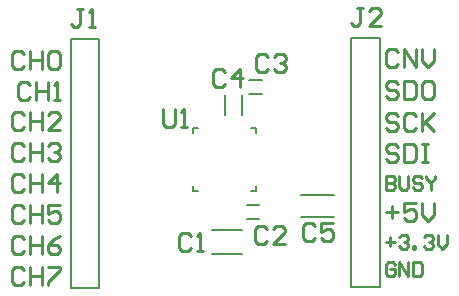
<source format=gbr>
%TF.GenerationSoftware,Altium Limited,Altium Designer,22.10.1 (41)*%
G04 Layer_Color=65535*
%FSLAX45Y45*%
%MOMM*%
%TF.SameCoordinates,D7E988CF-99FB-4832-8B9A-B6F58F79CD6C*%
%TF.FilePolarity,Positive*%
%TF.FileFunction,Legend,Top*%
%TF.Part,Single*%
G01*
G75*
%TA.AperFunction,NonConductor*%
%ADD22C,0.20000*%
%ADD23C,0.15240*%
%ADD24C,0.25400*%
D22*
X2918709Y82652D02*
Y2190648D01*
X3159704Y82652D02*
Y2190648D01*
X2918709Y82652D02*
X3159704D01*
X2918709Y2190648D02*
X3159704D01*
X1848213Y1538881D02*
Y1708883D01*
X1998215Y1538881D02*
Y1708883D01*
X2492197Y677743D02*
X2773411D01*
X2492197Y858957D02*
X2773411D01*
X2056923Y1839229D02*
X2161926D01*
X2056923Y1714231D02*
X2161926D01*
X1744609Y568549D02*
X1994606D01*
X1744609Y358551D02*
X1994606D01*
X2036105Y780049D02*
X2141108D01*
X2036105Y655051D02*
X2141108D01*
X543809Y76276D02*
Y2184273D01*
X784804Y76276D02*
Y2184273D01*
X543809Y76276D02*
X784804D01*
X543809Y2184273D02*
X784804D01*
D23*
X1578895Y1428750D02*
X1622075D01*
X2112295Y1385570D02*
Y1428750D01*
X2069115Y895350D02*
X2112295D01*
X1578895D02*
X1622075D01*
X2112295D02*
Y938530D01*
X2069115Y1428750D02*
X2112295D01*
X1578895Y1385570D02*
Y1428750D01*
Y895350D02*
Y938530D01*
D24*
X3020027Y2443431D02*
X2969243D01*
X2994635D01*
Y2316472D01*
X2969243Y2291080D01*
X2943852D01*
X2918460Y2316472D01*
X3172378Y2291080D02*
X3070811D01*
X3172378Y2392647D01*
Y2418039D01*
X3146986Y2443431D01*
X3096203D01*
X3070811Y2418039D01*
X1326347Y1585760D02*
Y1458801D01*
X1351739Y1433409D01*
X1402522D01*
X1427914Y1458801D01*
Y1585760D01*
X1478698Y1433409D02*
X1529481D01*
X1504089D01*
Y1585760D01*
X1478698Y1560368D01*
X1847259Y1903386D02*
X1821985Y1928896D01*
X1771202Y1929132D01*
X1745693Y1903859D01*
X1745220Y1802293D01*
X1770494Y1776783D01*
X1821277Y1776546D01*
X1846786Y1801820D01*
X1973625Y1775837D02*
X1974334Y1928187D01*
X1897805Y1852367D01*
X1999372Y1851894D01*
X2609022Y595168D02*
X2583630Y620560D01*
X2532847D01*
X2507455Y595168D01*
Y493601D01*
X2532847Y468209D01*
X2583630D01*
X2609022Y493601D01*
X2761373Y620560D02*
X2659806D01*
Y544385D01*
X2710589Y569777D01*
X2735981D01*
X2761373Y544385D01*
Y493601D01*
X2735981Y468209D01*
X2685198D01*
X2659806Y493601D01*
X2215322Y2030268D02*
X2189930Y2055660D01*
X2139147D01*
X2113755Y2030268D01*
Y1928701D01*
X2139147Y1903309D01*
X2189930D01*
X2215322Y1928701D01*
X2266106Y2030268D02*
X2291498Y2055660D01*
X2342281D01*
X2367673Y2030268D01*
Y2004877D01*
X2342281Y1979485D01*
X2316889D01*
X2342281D01*
X2367673Y1954093D01*
Y1928701D01*
X2342281Y1903309D01*
X2291498D01*
X2266106Y1928701D01*
X1563610Y514333D02*
X1538218Y539725D01*
X1487435D01*
X1462043Y514333D01*
Y412767D01*
X1487435Y387375D01*
X1538218D01*
X1563610Y412767D01*
X1614394Y387375D02*
X1665177D01*
X1639786D01*
Y539725D01*
X1614394Y514333D01*
X2202622Y569768D02*
X2177230Y595160D01*
X2126447D01*
X2101055Y569768D01*
Y468201D01*
X2126447Y442809D01*
X2177230D01*
X2202622Y468201D01*
X2354973Y442809D02*
X2253406D01*
X2354973Y544377D01*
Y569768D01*
X2329581Y595160D01*
X2278798D01*
X2253406Y569768D01*
X645127Y2438351D02*
X594343D01*
X619735D01*
Y2311392D01*
X594343Y2286000D01*
X568952D01*
X543560Y2311392D01*
X695911Y2286000D02*
X746694D01*
X721303D01*
Y2438351D01*
X695911Y2412959D01*
X3213100Y465353D02*
X3289275D01*
X3251188Y503440D02*
Y427265D01*
X3327363Y503440D02*
X3346407Y522484D01*
X3384495D01*
X3403539Y503440D01*
Y484397D01*
X3384495Y465353D01*
X3365451D01*
X3384495D01*
X3403539Y446309D01*
Y427265D01*
X3384495Y408221D01*
X3346407D01*
X3327363Y427265D01*
X3441626Y408221D02*
Y427265D01*
X3460670D01*
Y408221D01*
X3441626D01*
X3536846Y503440D02*
X3555890Y522484D01*
X3593977D01*
X3613021Y503440D01*
Y484397D01*
X3593977Y465353D01*
X3574933D01*
X3593977D01*
X3613021Y446309D01*
Y427265D01*
X3593977Y408221D01*
X3555890D01*
X3536846Y427265D01*
X3651109Y522484D02*
Y446309D01*
X3689197Y408221D01*
X3727284Y446309D01*
Y522484D01*
X3314667Y1801549D02*
X3289275Y1826940D01*
X3238492D01*
X3213100Y1801549D01*
Y1776157D01*
X3238492Y1750765D01*
X3289275D01*
X3314667Y1725373D01*
Y1699982D01*
X3289275Y1674590D01*
X3238492D01*
X3213100Y1699982D01*
X3365451Y1826940D02*
Y1674590D01*
X3441626D01*
X3467018Y1699982D01*
Y1801549D01*
X3441626Y1826940D01*
X3365451D01*
X3593977D02*
X3543193D01*
X3517801Y1801549D01*
Y1699982D01*
X3543193Y1674590D01*
X3593977D01*
X3619369Y1699982D01*
Y1801549D01*
X3593977Y1826940D01*
X3314667Y1533040D02*
X3289275Y1558432D01*
X3238492D01*
X3213100Y1533040D01*
Y1507648D01*
X3238492Y1482256D01*
X3289275D01*
X3314667Y1456864D01*
Y1431473D01*
X3289275Y1406081D01*
X3238492D01*
X3213100Y1431473D01*
X3467018Y1533040D02*
X3441626Y1558432D01*
X3390843D01*
X3365451Y1533040D01*
Y1431473D01*
X3390843Y1406081D01*
X3441626D01*
X3467018Y1431473D01*
X3517801Y1558432D02*
Y1406081D01*
Y1456864D01*
X3619369Y1558432D01*
X3543193Y1482256D01*
X3619369Y1406081D01*
X3314667Y2070057D02*
X3289275Y2095449D01*
X3238492D01*
X3213100Y2070057D01*
Y1968490D01*
X3238492Y1943098D01*
X3289275D01*
X3314667Y1968490D01*
X3365451Y1943098D02*
Y2095449D01*
X3467018Y1943098D01*
Y2095449D01*
X3517801D02*
Y1993882D01*
X3568585Y1943098D01*
X3619369Y1993882D01*
Y2095449D01*
X3213100Y1021414D02*
Y907151D01*
X3270231D01*
X3289275Y926195D01*
Y945239D01*
X3270231Y964283D01*
X3213100D01*
X3270231D01*
X3289275Y983326D01*
Y1002370D01*
X3270231Y1021414D01*
X3213100D01*
X3327363D02*
Y926195D01*
X3346407Y907151D01*
X3384495D01*
X3403539Y926195D01*
Y1021414D01*
X3517802Y1002370D02*
X3498758Y1021414D01*
X3460670D01*
X3441626Y1002370D01*
Y983326D01*
X3460670Y964283D01*
X3498758D01*
X3517802Y945239D01*
Y926195D01*
X3498758Y907151D01*
X3460670D01*
X3441626Y926195D01*
X3555890Y1021414D02*
Y1002370D01*
X3593977Y964283D01*
X3632065Y1002370D01*
Y1021414D01*
X3593977Y964283D02*
Y907151D01*
X3213100Y714818D02*
X3314667D01*
X3263883Y765601D02*
Y664034D01*
X3467018Y790993D02*
X3365451D01*
Y714818D01*
X3416234Y740210D01*
X3441626D01*
X3467018Y714818D01*
Y664034D01*
X3441626Y638642D01*
X3390843D01*
X3365451Y664034D01*
X3517801Y790993D02*
Y689426D01*
X3568585Y638642D01*
X3619369Y689426D01*
Y790993D01*
X3314667Y1264531D02*
X3289275Y1289923D01*
X3238492D01*
X3213100Y1264531D01*
Y1239140D01*
X3238492Y1213748D01*
X3289275D01*
X3314667Y1188356D01*
Y1162964D01*
X3289275Y1137572D01*
X3238492D01*
X3213100Y1162964D01*
X3365451Y1289923D02*
Y1137572D01*
X3441626D01*
X3467018Y1162964D01*
Y1264531D01*
X3441626Y1289923D01*
X3365451D01*
X3517801D02*
X3568585D01*
X3543193D01*
Y1137572D01*
X3517801D01*
X3568585D01*
X3289275Y273019D02*
X3270231Y292063D01*
X3232144D01*
X3213100Y273019D01*
Y196844D01*
X3232144Y177800D01*
X3270231D01*
X3289275Y196844D01*
Y234931D01*
X3251188D01*
X3327363Y177800D02*
Y292063D01*
X3403539Y177800D01*
Y292063D01*
X3441626D02*
Y177800D01*
X3498758D01*
X3517802Y196844D01*
Y273019D01*
X3498758Y292063D01*
X3441626D01*
X152367Y228559D02*
X126975Y253951D01*
X76192D01*
X50800Y228559D01*
Y126992D01*
X76192Y101600D01*
X126975D01*
X152367Y126992D01*
X203151Y253951D02*
Y101600D01*
Y177775D01*
X304718D01*
Y253951D01*
Y101600D01*
X355501Y253951D02*
X457069D01*
Y228559D01*
X355501Y126992D01*
Y101600D01*
X152367Y489816D02*
X126975Y515208D01*
X76192D01*
X50800Y489816D01*
Y388249D01*
X76192Y362857D01*
X126975D01*
X152367Y388249D01*
X203151Y515208D02*
Y362857D01*
Y439032D01*
X304718D01*
Y515208D01*
Y362857D01*
X457069Y515208D02*
X406285Y489816D01*
X355501Y439032D01*
Y388249D01*
X380893Y362857D01*
X431677D01*
X457069Y388249D01*
Y413641D01*
X431677Y439032D01*
X355501D01*
X152367Y751073D02*
X126975Y776465D01*
X76192D01*
X50800Y751073D01*
Y649506D01*
X76192Y624114D01*
X126975D01*
X152367Y649506D01*
X203151Y776465D02*
Y624114D01*
Y700289D01*
X304718D01*
Y776465D01*
Y624114D01*
X457069Y776465D02*
X355501D01*
Y700289D01*
X406285Y725681D01*
X431677D01*
X457069Y700289D01*
Y649506D01*
X431677Y624114D01*
X380893D01*
X355501Y649506D01*
X152367Y1012330D02*
X126975Y1037722D01*
X76192D01*
X50800Y1012330D01*
Y910763D01*
X76192Y885371D01*
X126975D01*
X152367Y910763D01*
X203151Y1037722D02*
Y885371D01*
Y961546D01*
X304718D01*
Y1037722D01*
Y885371D01*
X431677D02*
Y1037722D01*
X355501Y961546D01*
X457069D01*
X152367Y1273587D02*
X126975Y1298979D01*
X76192D01*
X50800Y1273587D01*
Y1172020D01*
X76192Y1146628D01*
X126975D01*
X152367Y1172020D01*
X203151Y1298979D02*
Y1146628D01*
Y1222803D01*
X304718D01*
Y1298979D01*
Y1146628D01*
X355501Y1273587D02*
X380893Y1298979D01*
X431677D01*
X457069Y1273587D01*
Y1248195D01*
X431677Y1222803D01*
X406285D01*
X431677D01*
X457069Y1197412D01*
Y1172020D01*
X431677Y1146628D01*
X380893D01*
X355501Y1172020D01*
X152367Y1534844D02*
X126975Y1560236D01*
X76192D01*
X50800Y1534844D01*
Y1433277D01*
X76192Y1407885D01*
X126975D01*
X152367Y1433277D01*
X203151Y1560236D02*
Y1407885D01*
Y1484061D01*
X304718D01*
Y1560236D01*
Y1407885D01*
X457069D02*
X355501D01*
X457069Y1509452D01*
Y1534844D01*
X431677Y1560236D01*
X380893D01*
X355501Y1534844D01*
X203151Y1796101D02*
X177759Y1821493D01*
X126976D01*
X101584Y1796101D01*
Y1694534D01*
X126976Y1669142D01*
X177759D01*
X203151Y1694534D01*
X253934Y1821493D02*
Y1669142D01*
Y1745318D01*
X355502D01*
Y1821493D01*
Y1669142D01*
X406285D02*
X457069D01*
X431677D01*
Y1821493D01*
X406285Y1796101D01*
X152367Y2057358D02*
X126975Y2082750D01*
X76192D01*
X50800Y2057358D01*
Y1955791D01*
X76192Y1930399D01*
X126975D01*
X152367Y1955791D01*
X203151Y2082750D02*
Y1930399D01*
Y2006575D01*
X304718D01*
Y2082750D01*
Y1930399D01*
X355501Y2057358D02*
X380893Y2082750D01*
X431677D01*
X457069Y2057358D01*
Y1955791D01*
X431677Y1930399D01*
X380893D01*
X355501Y1955791D01*
Y2057358D01*
%TF.MD5,9881d471be773cc13cefc5036eda8a53*%
M02*

</source>
